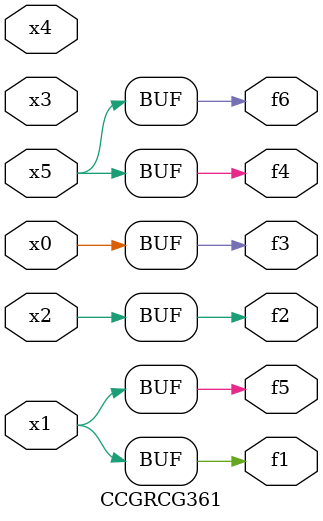
<source format=v>
module CCGRCG361(
	input x0, x1, x2, x3, x4, x5,
	output f1, f2, f3, f4, f5, f6
);
	assign f1 = x1;
	assign f2 = x2;
	assign f3 = x0;
	assign f4 = x5;
	assign f5 = x1;
	assign f6 = x5;
endmodule

</source>
